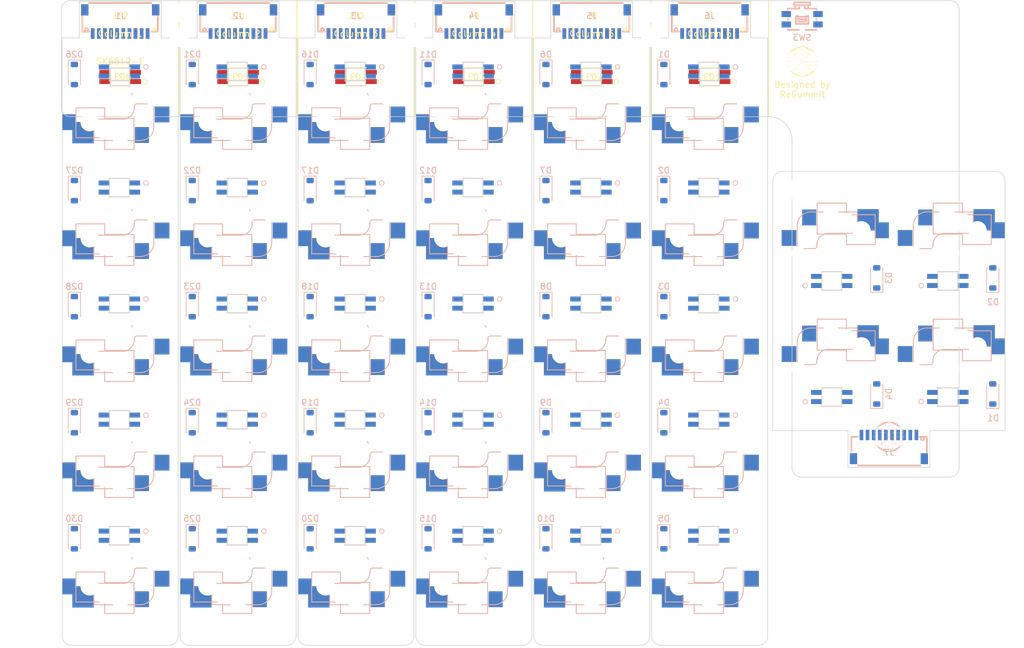
<source format=kicad_pcb>
(kicad_pcb (version 20221018) (generator pcbnew)
  (layers (0 "F.Cu" signal) (31 "B.Cu" signal) (34 "B.Paste" user) (35 "F.Paste" user) (36 "B.SilkS" user "B.Silkscreen") (37 "F.SilkS" user "F.Silkscreen") (38 "B.Mask" user) (39 "F.Mask" user) (44 "Edge.Cuts" user))
  (net 0 "")
  (net 1 "GND")
  (net 2 "/Row1")
  (net 3 "/Row2")
  (net 4 "/Row3")
  (net 5 "/Row4")
  (net 6 "/V+")
  (net 7 "/RGB_In1")
  (net 8 "/Col_In1")
  (net 9 "/Col_In2")
  (net 10 "/Col_In3")
  (net 11 "/Col_In4")
  (net 12 "/Col_In5")
  (net 13 "/Col_In6")
  (net 14 "RESET")
  (net 15 "/RGB_In2")
  (net 16 "/RGB_In3")
  (net 17 "/RGB_In4")
  (net 18 "/RGB_In5")
  (net 19 "/RGB_In6")
  (net 20 "/Row5")
  (net 21 "/RGB_In7")
  (net 22 "/RGB_Out1")
  (net 23 "/RGB_Out2")
  (net 24 "/RGB_Out3")
  (net 25 "/RGB_Out4")
  (net 26 "/RGB_Out5")
  (net 27 "/RGB_Out6")
  (footprint "Seismos-libs:Hole_M3_3.2mm" (layer "F.Cu") (at 142.65 122.6)
    (fp_text reference "REF**")
    (fp_text value "Hole_M3_3.2mm")
  )
  (footprint "Seismos-libs:Hole_M3_3.2mm" (layer "F.Cu") (at 33.15 122.6)
    (fp_text reference "REF**9")
    (fp_text value "Hole_M3_3.2mm")
  )
  (footprint "" (layer "F.Cu") (at 87.9 22)
    (fp_text reference "")
    (fp_text value "")
  )
  (footprint "Seismos-libs:CONN-SMD_10P-P1.00_SM10B-SRSS-TB-LF-SN" (layer "F.Cu") (at 97.55 21.5 180)
    (fp_text reference "J9")
    (fp_text value "SM10B-SRSS-TB_(LF)(SN)" hide)
  )
  (footprint "Seismos-libs:Hole_M3_3.2mm" (layer "F.Cu") (at 87.9 26)
    (fp_text reference "2")
    (fp_text value "Hole_M3_3.2mm")
  )
  (footprint "Seismos-libs:Hole_M3_3.2mm" (layer "F.Cu") (at 49.3 26)
    (fp_text reference "")
    (fp_text value "Hole_M3_3.2mm")
  )
  (footprint "Seismos-libs:CONN-SMD_10P-P1.00_SM10B-SRSS-TB-LF-SN" (layer "F.Cu") (at 39.65 21.5 180)
    (fp_text reference "J12")
    (fp_text value "SM10B-SRSS-TB_(LF)(SN)" hide)
  )
  (footprint "Seismos-libs:CONN-SMD_10P-P1.00_SM10B-SRSS-TB-LF-SN" (layer "F.Cu") (at 78.25 21.5 180)
    (fp_text reference "J10")
    (fp_text value "SM10B-SRSS-TB_(LF)(SN)" hide)
  )
  (footprint "Seismos-libs:Hole_M3_3.2mm" (layer "F.Cu") (at 126.5 26)
    (fp_text reference "4")
    (fp_text value "Hole_M3_3.2mm")
  )
  (footprint "Seismos-libs:CONN-SMD_10P-P1.00_SM10B-SRSS-TB-LF-SN" (layer "F.Cu") (at 58.95 21.5 180)
    (fp_text reference "J11")
    (fp_text value "SM10B-SRSS-TB_(LF)(SN)" hide)
  )
  (footprint "Seismos-libs:CONN-SMD_10P-P1.00_SM10B-SRSS-TB-LF-SN" (layer "F.Cu") (at 116.85 21.5 180)
    (fp_text reference "J8")
    (fp_text value "SM10B-SRSS-TB_(LF)(SN)" hide)
  )
  (footprint "Seismos-libs:CONN-SMD_10P-P1.00_SM10B-SRSS-TB-LF-SN" (layer "F.Cu") (at 136.15 21.5 180)
    (fp_text reference "J1")
    (fp_text value "SM10B-SRSS-TB_(LF)(SN)" hide)
  )
  (footprint "" (layer "F.Cu") (at 49.3 22)
    (fp_text reference "")
    (fp_text value "")
  )
  (footprint "Seismos-libs:Hole_M3_3.2mm" (layer "F.Cu") (at 181.5 50.9 180)
    (fp_text reference "REF**")
    (fp_text value "Hole_M3_3.2mm")
  )
  (footprint "Seismos-libs:ReSummit_Logo" (layer "F.Cu") (at 151.3 29.975)
    (fp_text reference "G***" hide)
    (fp_text value "LOGO" hide)
  )
  (footprint "Seismos-libs:Hole_M3_3.2mm" (layer "F.Cu") (at 149.5 50.9 180)
    (fp_text reference "REF**")
    (fp_text value "Hole_M3_3.2mm")
  )
  (footprint "Seismos-libs:Hole_M3_3.2mm" (layer "F.Cu") (at 126.5 22)
    (fp_text reference "4")
    (fp_text value "Hole_M3_3.2mm")
  )
  (footprint "Diode_SMD:D_SOD-123" (layer "B.Cu") (at 70.75 108.1 -90)
    (fp_text reference "D20")
    (fp_text value "1N4148W")
  )
  (footprint "Seismos-libs:Switch_SK6812-E_Diode" (layer "B.Cu") (at 39.65 36.1 180)
    (fp_text reference "SW26")
    (fp_text value "Switch_SK6812-E_Diode")
    (fp_rect (start 1.762 5.9914) (end -1.478 3.0046) (stroke (width 0.12)) (fill none) (layer "Edge.Cuts"))
  )
  (footprint "Diode_SMD:D_SOD-123" (layer "B.Cu") (at 51.45 32.1 -90)
    (fp_text reference "D21")
    (fp_text value "1N4148W" hide)
  )
  (footprint "Diode_SMD:D_SOD-123" (layer "B.Cu") (at 51.45 89.1 -90)
    (fp_text reference "D24")
    (fp_text value "1N4148W" hide)
  )
  (footprint "Diode_SMD:D_SOD-123" (layer "B.Cu") (at 128.65 89.1 -90)
    (fp_text reference "D4")
    (fp_text value "1N4148W" hide)
  )
  (footprint "Seismos-libs:SK6812-E" (layer "B.Cu") (at 39.65 32.5)
    (fp_text reference "LED6")
    (fp_text value "SK6812-E")
    (fp_rect (start -1.6256 1.4224) (end 1.5748 -1.4224) (stroke (width 0.12)) (fill none) (layer "Edge.Cuts"))
  )
  (footprint "Diode_SMD:D_SOD-123" (layer "B.Cu") (at 70.75 32.1 -90)
    (fp_text reference "D16")
    (fp_text value "1N4148W" hide)
  )
  (footprint "Diode_SMD:D_SOD-123" (layer "B.Cu") (at 182.5 84.4 90)
    (fp_text reference "D1")
    (fp_text value "1N4148W" hide)
  )
  (footprint "Diode_SMD:D_SOD-123" (layer "B.Cu") (at 90.05 51.1 -90)
    (fp_text reference "D12")
    (fp_text value "1N4148W" hide)
  )
  (footprint "Seismos-libs:Switch_SK6812-E_Diode" (layer "B.Cu") (at 136.15 55.1 180)
    (fp_text reference "SW2")
    (fp_text value "Switch_SK6812-E_Diode")
    (fp_rect (start 1.762 5.9914) (end -1.478 3.0046) (stroke (width 0.12)) (fill none) (layer "Edge.Cuts"))
  )
  (footprint "Seismos-libs:SK6812-E" (layer "B.Cu") (at 136.15 32.5)
    (fp_text reference "LED1")
    (fp_text value "SK6812-E")
    (fp_rect (start -1.6256 1.4224) (end 1.5748 -1.4224) (stroke (width 0.12)) (fill none) (layer "Edge.Cuts"))
  )
  (footprint "Seismos-libs:Switch_SK6812-E_Diode" (layer "B.Cu") (at 39.65 112.1 180)
    (fp_text reference "SW30")
    (fp_text value "Switch_SK6812-E_Diode")
    (fp_rect (start 1.762 5.9914) (end -1.478 3.0046) (stroke (width 0.12)) (fill none) (layer "Edge.Cuts"))
  )
  (footprint "Seismos-libs:CONN-SMD_10P-P1.00_SM10B-SRSS-TB-LF-SN" (layer "B.Cu") (at 39.65 21.5)
    (fp_text reference "J1")
    (fp_text value "SM09B-SRSS-TB(LF)(SN)")
  )
  (footprint "Seismos-libs:Switch_SK6812-E_Diode" (layer "B.Cu") (at 78.25 74.1 180)
    (fp_text reference "SW18")
    (fp_text value "Switch_SK6812-E_Diode")
    (fp_rect (start 1.762 5.9914) (end -1.478 3.0046) (stroke (width 0.12)) (fill none) (layer "Edge.Cuts"))
  )
  (footprint "Seismos-libs:Switch_SK6812-E_Diode" (layer "B.Cu") (at 116.85 74.1 180)
    (fp_text reference "SW8")
    (fp_text value "Switch_SK6812-E_Diode")
    (fp_rect (start 1.762 5.9914) (end -1.478 3.0046) (stroke (width 0.12)) (fill none) (layer "Edge.Cuts"))
  )
  (footprint "Seismos-libs:SK6812-E" (layer "B.Cu") (at 97.55 32.5)
    (fp_text reference "LED3")
    (fp_text value "SK6812-E")
    (fp_rect (start -1.6256 1.4224) (end 1.5748 -1.4224) (stroke (width 0.12)) (fill none) (layer "Edge.Cuts"))
  )
  (footprint "Diode_SMD:D_SOD-123" (layer "B.Cu") (at 128.65 108.1 -90)
    (fp_text reference "D5")
    (fp_text value "1N4148W")
  )
  (footprint "Seismos-libs:Switch_SK6812-E_Diode" (layer "B.Cu") (at 58.95 55.1 180)
    (fp_text reference "SW22")
    (fp_text value "Switch_SK6812-E_Diode")
    (fp_rect (start 1.762 5.9914) (end -1.478 3.0046) (stroke (width 0.12)) (fill none) (layer "Edge.Cuts"))
  )
  (footprint "Diode_SMD:D_SOD-123" (layer "B.Cu") (at 32.15 70.1 -90)
    (fp_text reference "D28")
    (fp_text value "1N4148W" hide)
  )
  (footprint "Seismos-libs:SK6812-E" (layer "B.Cu") (at 78.25 32.5)
    (fp_text reference "LED4")
    (fp_text value "SK6812-E")
    (fp_rect (start -1.6256 1.4224) (end 1.5748 -1.4224) (stroke (width 0.12)) (fill none) (layer "Edge.Cuts"))
  )
  (footprint "Diode_SMD:D_SOD-123" (layer "B.Cu") (at 51.45 51.1 -90)
    (fp_text reference "D22")
    (fp_text value "1N4148W" hide)
  )
  (footprint "Diode_SMD:D_SOD-123" (layer "B.Cu") (at 109.35 108.1 -90)
    (fp_text reference "D10")
    (fp_text value "1N4148W")
  )
  (footprint "Seismos-libs:CONN-SMD_10P-P1.00_SM10B-SRSS-TB-LF-SN" (layer "B.Cu") (at 136.15 21.5)
    (fp_text reference "J6")
    (fp_text value "SM09B-SRSS-TB(LF)(SN)")
  )
  (footprint "Seismos-libs:CONN-SMD_10P-P1.00_SM10B-SRSS-TB-LF-SN" (layer "B.Cu") (at 165.5 95 180)
    (fp_text reference "J7")
    (fp_text value "SM09B-SRSS-TB(LF)(SN)")
  )
  (footprint "Diode_SMD:D_SOD-123" (layer "B.Cu") (at 109.35 70.1 -90)
    (fp_text reference "D8")
    (fp_text value "1N4148W" hide)
  )
  (footprint "Diode_SMD:D_SOD-123" (layer "B.Cu") (at 32.15 51.1 -90)
    (fp_text reference "D27")
    (fp_text value "1N4148W" hide)
  )
  (footprint "Seismos-libs:Switch_SK6812-E_Diode" (layer "B.Cu") (at 97.55 55.1 180)
    (fp_text reference "SW12")
    (fp_text value "Switch_SK6812-E_Diode")
    (fp_rect (start 1.762 5.9914) (end -1.478 3.0046) (stroke (width 0.12)) (fill none) (layer "Edge.Cuts"))
  )
  (footprint "Seismos-libs:Switch_SK6812-E_Diode" (layer "B.Cu") (at 97.55 112.1 180)
    (fp_text reference "SW15")
    (fp_text value "Switch_SK6812-E_Diode")
    (fp_rect (start 1.762 5.9914) (end -1.478 3.0046) (stroke (width 0.12)) (fill none) (layer "Edge.Cuts"))
  )
  (footprint "Diode_SMD:D_SOD-123" (layer "B.Cu") (at 90.05 108.1 -90)
    (fp_text reference "D15")
    (fp_text value "1N4148W")
  )
  (footprint "Seismos-libs:Switch_SK6812-E_Diode" (layer "B.Cu") (at 78.25 36.1 180)
    (fp_text reference "SW16")
    (fp_text value "Switch_SK6812-E_Diode")
    (fp_rect (start 1.762 5.9914) (end -1.478 3.0046) (stroke (width 0.12)) (fill none) (layer "Edge.Cuts"))
  )
  (footprint "Diode_SMD:D_SOD-123" (layer "B.Cu") (at 128.65 32.1 -90)
    (fp_text reference "D1")
    (fp_text value "1N4148W" hide)
  )
  (footprint "Seismos-libs:Switch_SK6812-E_Diode" (layer "B.Cu") (at 58.95 36.1 180)
    (fp_text reference "SW21")
    (fp_text value "Switch_SK6812-E_Diode")
    (fp_rect (start 1.762 5.9914) (end -1.478 3.0046) (stroke (width 0.12)) (fill none) (layer "Edge.Cuts"))
  )
  (footprint "Seismos-libs:Switch_SK6812-E_Diode" (layer "B.Cu") (at 97.55 36.1 180)
    (fp_text reference "SW11")
    (fp_text value "Switch_SK6812-E_Diode")
    (fp_rect (start 1.762 5.9914) (end -1.478 3.0046) (stroke (width 0.12)) (fill none) (layer "Edge.Cuts"))
  )
  (footprint "Seismos-libs:Switch_SK6812-E_Diode" (layer "B.Cu") (at 116.85 112.1 180)
    (fp_text reference "SW10")
    (fp_text value "Switch_SK6812-E_Diode")
    (fp_rect (start 1.762 5.9914) (end -1.478 3.0046) (stroke (width 0.12)) (fill none) (layer "Edge.Cuts"))
  )
  (footprint "Seismos-libs:Switch_SK6812-E_Diode" (layer "B.Cu") (at 156 61.4)
    (fp_text reference "SW3")
    (fp_text value "Switch_SK6812-E_Diode")
    (fp_rect (start 1.762 5.9914) (end -1.478 3.0046) (stroke (width 0.12)) (fill none) (layer "Edge.Cuts"))
  )
  (footprint "Seismos-libs:Switch_SK6812-E_Diode" (layer "B.Cu") (at 78.25 93.1 180)
    (fp_text reference "SW19")
    (fp_text value "Switch_SK6812-E_Diode")
    (fp_rect (start 1.762 5.9914) (end -1.478 3.0046) (stroke (width 0.12)) (fill none) (layer "Edge.Cuts"))
  )
  (footprint "Diode_SMD:D_SOD-123" (layer "B.Cu") (at 70.75 89.1 -90)
    (fp_text reference "D19")
    (fp_text value "1N4148W" hide)
  )
  (footprint "Seismos-libs:Switch_SK6812-E_Diode" (layer "B.Cu") (at 116.85 36.1 180)
    (fp_text reference "SW6")
    (fp_text value "Switch_SK6812-E_Diode")
    (fp_rect (start 1.762 5.9914) (end -1.478 3.0046) (stroke (width 0.12)) (fill none) (layer "Edge.Cuts"))
  )
  (footprint "Seismos-libs:ReSummit_Logo" (layer "B.Cu") (at 165.5 91.4)
    (fp_text reference "G***" hide)
    (fp_text value "LOGO" hide)
  )
  (footprint "Diode_SMD:D_SOD-123" (layer "B.Cu") (at 70.75 51.1 -90)
    (fp_text reference "D17")
    (fp_text value "1N4148W" hide)
  )
  (footprint "Seismos-libs:Switch_SK6812-E_Diode" (layer "B.Cu") (at 116.85 55.1 180)
    (fp_text reference "SW7")
    (fp_text value "Switch_SK6812-E_Diode")
    (fp_rect (start 1.762 5.9914) (end -1.478 3.0046) (stroke (width 0.12)) (fill none) (layer "Edge.Cuts"))
  )
  (footprint "Seismos-libs:CONN-SMD_10P-P1.00_SM10B-SRSS-TB-LF-SN" (layer "B.Cu") (at 58.95 21.5)
    (fp_text reference "J2")
    (fp_text value "SM09B-SRSS-TB(LF)(SN)")
  )
  (footprint "Diode_SMD:D_SOD-123" (layer "B.Cu") (at 32.15 89.1 -90)
    (fp_text reference "D29")
    (fp_text value "1N4148W" hide)
  )
  (footprint "Seismos-libs:Switch_SK6812-E_Diode" (layer "B.Cu") (at 116.85 93.1 180)
    (fp_text reference "SW9")
    (fp_text value "Switch_SK6812-E_Diode")
    (fp_rect (start 1.762 5.9914) (end -1.478 3.0046) (stroke (width 0.12)) (fill none) (layer "Edge.Cuts"))
  )
  (footprint "Seismos-libs:Switch_SK6812-E_Diode" (layer "B.Cu") (at 58.95 93.1 180)
    (fp_text reference "SW24")
    (fp_text value "Switch_SK6812-E_Diode")
    (fp_rect (start 1.762 5.9914) (end -1.478 3.0046) (stroke (width 0.12)) (fill none) (layer "Edge.Cuts"))
  )
  (footprint "Diode_SMD:D_SOD-123" (layer "B.Cu") (at 90.05 32.1 -90)
    (fp_text reference "D11")
    (fp_text value "1N4148W" hide)
  )
  (footprint "Seismos-libs:SW-SMD_EVQPUD02K" (layer "B.Cu") (at 151.2875 23.0495 90)
    (fp_text reference "SW3")
    (fp_text value "EVQPUC02K")
  )
  (footprint "Diode_SMD:D_SOD-123" (layer "B.Cu") (at 51.45 70.1 -90)
    (fp_text reference "D23")
    (fp_text value "1N4148W" hide)
  )
  (footprint "Seismos-libs:Switch_SK6812-E_Diode" (layer "B.Cu") (at 156 80.4)
    (fp_text reference "SW4")
    (fp_text value "Switch_SK6812-E_Diode")
    (fp_rect (start 1.762 5.9914) (end -1.478 3.0046) (stroke (width 0.12)) (fill none) (layer "Edge.Cuts"))
  )
  (footprint "Diode_SMD:D_SOD-123" (layer "B.Cu") (at 163.5 84.4 90)
    (fp_text reference "D4")
    (fp_text value "1N4148W" hide)
  )
  (footprint "Seismos-libs:Switch_SK6812-E_Diode" (layer "B.Cu") (at 97.55 74.1 180)
    (fp_text reference "SW13")
    (fp_text value "Switch_SK6812-E_Diode")
    (fp_rect (start 1.762 5.9914) (end -1.478 3.0046) (stroke (width 0.12)) (fill none) (layer "Edge.Cuts"))
  )
  (footprint "Seismos-libs:Switch_SK6812-E_Diode" (layer "B.Cu") (at 39.65 93.1 180)
    (fp_text reference "SW29")
    (fp_text value "Switch_SK6812-E_Diode")
    (fp_rect (start 1.762 5.9914) (end -1.478 3.0046) (stroke (width 0.12)) (fill none) (layer "Edge.Cuts"))
  )
  (footprint "Seismos-libs:SK6812-E" (layer "B.Cu") (at 116.85 32.5)
    (fp_text reference "LED2")
    (fp_text value "SK6812-E")
    (fp_rect (start -1.6256 1.4224) (end 1.5748 -1.4224) (stroke (width 0.12)) (fill none) (layer "Edge.Cuts"))
  )
  (footprint "Seismos-libs:Switch_SK6812-E_Diode" (layer "B.Cu") (at 97.55 93.1 180)
    (fp_text reference "SW14")
    (fp_text value "Switch_SK6812-E_Diode")
    (fp_rect (start 1.762 5.9914) (end -1.478 3.0046) (stroke (width 0.12)) (fill none) (layer "Edge.Cuts"))
  )
  (footprint "Diode_SMD:D_SOD-123" (layer "B.Cu") (at 90.05 70.1 -90)
    (fp_text reference "D13")
    (fp_text value "1N4148W" hide)
  )
  (footprint "Diode_SMD:D_SOD-123" (layer "B.Cu") (at 163.5 65.4 90)
    (fp_text reference "D3")
    (fp_text value "1N4148W" hide)
  )
  (footprint "Diode_SMD:D_SOD-123" (layer "B.Cu") (at 90.05 89.1 -90)
    (fp_text reference "D14")
    (fp_text value "1N4148W" hide)
  )
  (footprint "Seismos-libs:Switch_SK6812-E_Diode" (layer "B.Cu") (at 136.15 74.1 180)
    (fp_text reference "SW3")
    (fp_text value "Switch_SK6812-E_Diode")
    (fp_rect (start 1.762 5.9914) (end -1.478 3.0046) (stroke (width 0.12)) (fill none) (layer "Edge.Cuts"))
  )
  (footprint "Seismos-libs:CONN-SMD_10P-P1.00_SM10B-SRSS-TB-LF-SN" (layer "B.Cu") (at 97.55 21.5)
    (fp_text reference "J4")
    (fp_text value "SM09B-SRSS-TB(LF)(SN)")
  )
  (footprint "Seismos-libs:Switch_SK6812-E_Diode" (layer "B.Cu") (at 39.65 74.1 180)
    (fp_text reference "SW28")
    (fp_text value "Switch_SK6812-E_Diode")
    (fp_rect (start 1.762 5.9914) (end -1.478 3.0046) (stroke (width 0.12)) (fill none) (layer "Edge.Cuts"))
  )
  (footprint "Seismos-libs:Switch_SK6812-E_Diode" (layer "B.Cu") (at 39.65 55.1 180)
    (fp_text reference "SW27")
    (fp_text value "Switch_SK6812-E_Diode")
    (fp_rect (start 1.762 5.9914) (end -1.478 3.0046) (stroke (width 0.12)) (fill none) (layer "Edge.Cuts"))
  )
  (footprint "Seismos-libs:CONN-SMD_10P-P1.00_SM10B-SRSS-TB-LF-SN" (layer "B.Cu") (at 78.25 21.5)
    (fp_text reference "J3")
    (fp_text value "SM09B-SRSS-TB(LF)(SN)")
  )
  (footprint "Seismos-libs:Switch_SK6812-E_Diode" (layer "B.Cu") (at 58.95 74.1 180)
    (fp_text reference "SW23")
    (fp_text value "Switch_SK6812-E_Diode")
    (fp_rect (start 1.762 5.9914) (end -1.478 3.0046) (stroke (width 0.12)) (fill none) (layer "Edge.Cuts"))
  )
  (footprint "Seismos-libs:Switch_SK6812-E_Diode" (layer "B.Cu") (at 78.25 112.1 180)
    (fp_text reference "SW20")
    (fp_text value "Switch_SK6812-E_Diode")
    (fp_rect (start 1.762 5.9914) (end -1.478 3.0046) (stroke (width 0.12)) (fill none) (layer "Edge.Cuts"))
  )
  (footprint "Diode_SMD:D_SOD-123" (layer "B.Cu") (at 32.15 32.1 -90)
    (fp_text reference "D26")
    (fp_text value "1N4148W" hide)
  )
  (footprint "Seismos-libs:SK6812-E" (layer "B.Cu") (at 58.95 32.5)
    (fp_text reference "LED5")
    (fp_text value "SK6812-E")
    (fp_rect (start -1.6256 1.4224) (end 1.5748 -1.4224) (stroke (width 0.12)) (fill none) (layer "Edge.Cuts"))
  )
  (footprint "Diode_SMD:D_SOD-123" (layer "B.Cu") (at 109.35 89.1 -90)
    (fp_text reference "D9")
    (fp_text value "1N4148W" hide)
  )
  (footprint "Seismos-libs:Switch_SK6812-E_Diode" (layer "B.Cu") (at 136.15 36.1 180)
    (fp_text reference "SW1")
    (fp_text value "Switch_SK6812-E_Diode")
    (fp_rect (start 1.762 5.9914) (end -1.478 3.0046) (stroke (width 0.12)) (fill none) (layer "Edge.Cuts"))
  )
  (footprint "Seismos-libs:CONN-SMD_10P-P1.00_SM10B-SRSS-TB-LF-SN" (layer "B.Cu") (at 116.85 21.5)
    (fp_text reference "J5")
    (fp_text value "SM09B-SRSS-TB(LF)(SN)")
  )
  (footprint "Seismos-libs:Switch_SK6812-E_Diode" (layer "B.Cu") (at 78.25 55.1 180)
    (fp_text reference "SW17")
    (fp_text value "Switch_SK6812-E_Diode")
    (fp_rect (start 1.762 5.9914) (end -1.478 3.0046) (stroke (width 0.12)) (fill none) (layer "Edge.Cuts"))
  )
  (footprint "Diode_SMD:D_SOD-123" (layer "B.Cu") (at 109.35 32.1 -90)
    (fp_text reference "D6")
    (fp_text value "1N4148W" hide)
  )
  (footprint "Seismos-libs:Switch_SK6812-E_Diode" (layer "B.Cu") (at 58.95 112.1 180)
    (fp_text reference "SW25")
    (fp_text value "Switch_SK6812-E_Diode")
    (fp_rect (start 1.762 5.9914) (end -1.478 3.0046) (stroke (width 0.12)) (fill none) (layer "Edge.Cuts"))
  )
  (footprint "Seismos-libs:Switch_SK6812-E_Diode" (layer "B.Cu") (at 136.15 93.1 180)
    (fp_text reference "SW4")
    (fp_text value "Switch_SK6812-E_Diode")
    (fp_rect (start 1.762 5.9914) (end -1.478 3.0046) (stroke (width 0.12)) (fill none) (layer "Edge.Cuts"))
  )
  (footprint "Diode_SMD:D_SOD-123" (layer "B.Cu") (at 128.65 51.1 -90)
    (fp_text reference "D2")
    (fp_text value "1N4148W" hide)
  )
  (footprint "Seismos-libs:Switch_SK6812-E_Diode" (layer "B.Cu") (at 136.15 112.1 180)
    (fp_text reference "SW5")
    (fp_text value "Switch_SK6812-E_Diode")
    (fp_rect (start 1.762 5.9914) (end -1.478 3.0046) (stroke (width 0.12)) (fill none) (layer "Edge.Cuts"))
  )
  (footprint "Diode_SMD:D_SOD-123" (layer "B.Cu") (at 51.45 108.1 -90)
    (fp_text reference "D25")
    (fp_text value "1N4148W")
  )
  (footprint "Diode_SMD:D_SOD-123" (layer "B.Cu") (at 182.5 65.4 90)
    (fp_text reference "D2")
    (fp_text value "1N4148W" hide)
  )
  (footprint "Seismos-libs:Switch_SK6812-E_Diode" (layer "B.Cu") (at 175 61.4)
    (fp_text reference "SW2")
    (fp_text value "Switch_SK6812-E_Diode")
    (fp_rect (start 1.762 5.9914) (end -1.478 3.0046) (stroke (width 0.12)) (fill none) (layer "Edge.Cuts"))
  )
  (footprint "Diode_SMD:D_SOD-123" (layer "B.Cu") (at 32.15 108.1 -90)
    (fp_text reference "D30")
    (fp_text value "1N4148W")
  )
  (footprint "Seismos-libs:Switch_SK6812-E_Diode" (layer "B.Cu") (at 175 80.4)
    (fp_text reference "SW1")
    (fp_text value "Switch_SK6812-E_Diode")
    (fp_rect (start 1.762 5.9914) (end -1.478 3.0046) (stroke (width 0.12)) (fill none) (layer "Edge.Cuts"))
  )
  (footprint "Diode_SMD:D_SOD-123" (layer "B.Cu") (at 128.65 70.1 -90)
    (fp_text reference "D3")
    (fp_text value "1N4148W" hide)
  )
  (footprint "Diode_SMD:D_SOD-123" (layer "B.Cu") (at 70.75 70.1 -90)
    (fp_text reference "D18")
    (fp_text value "1N4148W" hide)
  )
  (footprint "Diode_SMD:D_SOD-123" (layer "B.Cu") (at 109.35 51.1 -90)
    (fp_text reference "D7")
    (fp_text value "1N4148W" hide)
  )
  (gr_line (start 87.9 20) (end 87.9 39) (stroke (width 0.15)) (layer "F.SilkS"))
  (gr_line (start 107.2 20) (end 107.2 39) (stroke (width 0.15)) (layer "F.SilkS"))
  (gr_line (start 49.3 20) (end 49.3 39) (stroke (width 0.15)) (layer "F.SilkS"))
  (gr_line (start 126.5 20) (end 126.5 39) (stroke (width 0.15)) (layer "F.SilkS"))
  (gr_line (start 145.8 20) (end 145.8 39) (stroke (width 0.15)) (layer "F.SilkS"))
  (gr_line (start 68.6 20) (end 68.6 39) (stroke (width 0.15)) (layer "F.SilkS"))
  (gr_line (start 30.15 124.03934) (end 30.15 26.1) (stroke (width 0.1)) (layer "Edge.Cuts"))
  (gr_line (start 66.95 125.53934) (end 50.95 125.53934) (stroke (width 0.1)) (layer "Edge.Cuts"))
  (gr_line (start 68.45 26.1) (end 68.45 124.03934) (stroke (width 0.1)) (layer "Edge.Cuts"))
  (gr_line (start 124.85 125.53934) (end 108.85 125.53934) (stroke (width 0.1)) (layer "Edge.Cuts"))
  (gr_line (start 151.134 98) (end 175.5 98) (stroke (width 0.1)) (layer "Edge.Cuts"))
  (gr_line (start 46.35 26.1) (end 46.35 20.1) (stroke (width 0.1)) (layer "Edge.Cuts"))
  (gr_line (start 129.45 26.1) (end 129.45 20.1) (stroke (width 0.1)) (layer "Edge.Cuts"))
  (gr_line (start 175 90.4) (end 172.2 90.4) (stroke (width 0.1)) (layer "Edge.Cuts"))
  (gr_line (start 52.25 20.1) (end 65.65 20.1) (stroke (width 0.1)) (layer "Edge.Cuts"))
  (gr_line (start 126.35 26.1) (end 123.55 26.1) (stroke (width 0.1)) (layer "Edge.Cuts"))
  (gr_line (start 126.65 26.1) (end 129.45 26.1) (stroke (width 0.1)) (layer "Edge.Cuts"))
  (gr_line (start 88.05 26.1) (end 90.85 26.1) (stroke (width 0.1)) (layer "Edge.Cuts"))
  (gr_line (start 49.45 26.1) (end 52.25 26.1) (stroke (width 0.1)) (layer "Edge.Cuts"))
  (gr_line (start 107.35 26.1) (end 110.15 26.1) (stroke (width 0.1)) (layer "Edge.Cuts"))
  (gr_line (start 126.35 26.1) (end 126.35 124.03934) (stroke (width 0.1)) (layer "Edge.Cuts"))
  (gr_line (start 49.45 124.03934) (end 49.45 26.1) (stroke (width 0.1)) (layer "Edge.Cuts"))
  (gr_line (start 90.85 26.1) (end 90.85 20.1) (stroke (width 0.1)) (layer "Edge.Cuts"))
  (gr_arc (start 183 47.96066) (mid 184.060648 48.400012) (end 184.5 49.46066) (stroke (width 0.1)) (layer "Edge.Cuts"))
  (gr_line (start 90.85 20.1) (end 104.25 20.1) (stroke (width 0.1)) (layer "Edge.Cuts"))
  (gr_arc (start 175.5 20) (mid 176.56066 20.43934) (end 177 21.5) (stroke (width 0.1)) (layer "Edge.Cuts"))
  (gr_line (start 158.8 90.4) (end 158.8 96.4) (stroke (width 0.1)) (layer "Edge.Cuts"))
  (gr_line (start 105.55 125.53934) (end 89.55 125.53934) (stroke (width 0.1)) (layer "Edge.Cuts"))
  (gr_line (start 148 47.96066) (end 183 47.96066) (stroke (width 0.1)) (layer "Edge.Cuts"))
  (gr_line (start 123.55 26.1) (end 123.55 20.1) (stroke (width 0.1)) (layer "Edge.Cuts"))
  (gr_line (start 145.65 26.1) (end 142.85 26.1) (stroke (width 0.1)) (layer "Edge.Cuts"))
  (gr_line (start 149.634 42.81) (end 149.634 96.5) (stroke (width 0.1)) (layer "Edge.Cuts"))
  (gr_line (start 68.75 26.1) (end 71.55 26.1) (stroke (width 0.1)) (layer "Edge.Cuts"))
  (gr_arc (start 151.134 98) (mid 150.07334 97.56066) (end 149.634 96.5) (stroke (width 0.1)) (layer "Edge.Cuts"))
  (gr_arc (start 87.75 124.03934) (mid 87.310661 125.100001) (end 86.25 125.53934) (stroke (width 0.1)) (layer "Edge.Cuts"))
  (gr_arc (start 31.65 125.53934) (mid 30.589352 125.099988) (end 30.15 124.03934) (stroke (width 0.1)) (layer "Edge.Cuts"))
  (gr_line (start 52.25 26.1) (end 52.25 20.1) (stroke (width 0.1)) (layer "Edge.Cuts"))
  (gr_line (start 145.65 26.1) (end 145.65 124.03934) (stroke (width 0.1)) (layer "Edge.Cuts"))
  (gr_line (start 65.65 26.1) (end 65.65 20.1) (stroke (width 0.1)) (layer "Edge.Cuts"))
  (gr_line (start 71.55 20.1) (end 84.95 20.1) (stroke (width 0.1)) (layer "Edge.Cuts"))
  (gr_line (start 156 90.4) (end 146.5 90.4) (stroke (width 0.1)) (layer "Edge.Cuts"))
  (gr_line (start 32.95 26.1) (end 32.95 20.1) (stroke (width 0.1)) (layer "Edge.Cuts"))
  (gr_line (start 110.15 20.1) (end 123.55 20.1) (stroke (width 0.1)) (layer "Edge.Cuts"))
  (gr_arc (start 108.85 125.53934) (mid 107.789352 125.099988) (end 107.35 124.03934) (stroke (width 0.1)) (layer "Edge.Cuts"))
  (gr_line (start 129.45 20.1) (end 142.85 20.1) (stroke (width 0.1)) (layer "Edge.Cuts"))
  (gr_line (start 49.15 26.1) (end 49.15 124.03934) (stroke (width 0.1)) (layer "Edge.Cuts"))
  (gr_line (start 146.5 90.4) (end 146.5 49.46066) (stroke (width 0.1)) (layer "Edge.Cuts"))
  (gr_line (start 31.5 39) (end 145.824 39) (stroke (width 0.1)) (layer "Edge.Cuts"))
  (gr_line (start 87.75 26.1) (end 84.95 26.1) (stroke (width 0.1)) (layer "Edge.Cuts"))
  (gr_arc (start 31.5 39) (mid 30.43934 38.56066) (end 30 37.5) (stroke (width 0.1)) (layer "Edge.Cuts"))
  (gr_arc (start 146.5 49.46066) (mid 146.939339 48.399999) (end 148 47.96066) (stroke (width 0.1)) (layer "Edge.Cuts"))
  (gr_line (start 32.95 20.1) (end 46.35 20.1) (stroke (width 0.1)) (layer "Edge.Cuts"))
  (gr_line (start 107.05 26.1) (end 104.25 26.1) (stroke (width 0.1)) (layer "Edge.Cuts"))
  (gr_line (start 47.65 125.53934) (end 31.65 125.53934) (stroke (width 0.1)) (layer "Edge.Cuts"))
  (gr_arc (start 30 21.5) (mid 30.43934 20.43934) (end 31.5 20) (stroke (width 0.1)) (layer "Edge.Cuts"))
  (gr_line (start 49.15 26.1) (end 46.35 26.1) (stroke (width 0.1)) (layer "Edge.Cuts"))
  (gr_arc (start 70.25 125.53934) (mid 69.189352 125.099988) (end 68.75 124.03934) (stroke (width 0.1)) (layer "Edge.Cuts"))
  (gr_line (start 68.75 124.03934) (end 68.75 26.1) (stroke (width 0.1)) (layer "Edge.Cuts"))
  (gr_line (start 104.25 26.1) (end 104.25 20.1) (stroke (width 0.1)) (layer "Edge.Cuts"))
  (gr_line (start 126.65 124.03934) (end 126.65 26.1) (stroke (width 0.1)) (layer "Edge.Cuts"))
  (gr_line (start 177 21.5) (end 177 96.5) (stroke (width 0.1)) (layer "Edge.Cuts"))
  (gr_line (start 71.55 26.1) (end 71.55 20.1) (stroke (width 0.1)) (layer "Edge.Cuts"))
  (gr_line (start 142.85 26.1) (end 142.85 20.1) (stroke (width 0.1)) (layer "Edge.Cuts"))
  (gr_line (start 87.75 26.1) (end 87.75 124.03934) (stroke (width 0.1)) (layer "Edge.Cuts"))
  (gr_line (start 156 90.4) (end 158.8 90.4) (stroke (width 0.1)) (layer "Edge.Cuts"))
  (gr_line (start 172.2 96.4) (end 172.2 90.4) (stroke (width 0.1)) (layer "Edge.Cuts"))
  (gr_arc (start 89.55 125.53934) (mid 88.489352 125.099988) (end 88.05 124.03934) (stroke (width 0.1)) (layer "Edge.Cuts"))
  (gr_line (start 107.05 26.1) (end 107.05 124.03934) (stroke (width 0.1)) (layer "Edge.Cuts"))
  (gr_arc (start 49.15 124.03934) (mid 48.710661 125.100001) (end 47.65 125.53934) (stroke (width 0.1)) (layer "Edge.Cuts"))
  (gr_line (start 175 90.4) (end 184.5 90.4) (stroke (width 0.1)) (layer "Edge.Cuts"))
  (gr_arc (start 177 96.5) (mid 176.56066 97.56066) (end 175.5 98) (stroke (width 0.1)) (layer "Edge.Cuts"))
  (gr_line (start 184.5 49.46066) (end 184.5 90.4) (stroke (width 0.1)) (layer "Edge.Cuts"))
  (gr_line (start 110.15 26.1) (end 110.15 20.1) (stroke (width 0.1)) (layer "Edge.Cuts"))
  (gr_arc (start 145.824 39) (mid 148.518077 40.115923) (end 149.634 42.81) (stroke (width 0.1)) (layer "Edge.Cuts"))
  (gr_arc (start 50.95 125.53934) (mid 49.889352 125.099988) (end 49.45 124.03934) (stroke (width 0.1)) (layer "Edge.Cuts"))
  (gr_line (start 86.25 125.53934) (end 70.25 125.53934) (stroke (width 0.1)) (layer "Edge.Cuts"))
  (gr_line (start 175.5 20) (end 31.5 20) (stroke (width 0.1)) (layer "Edge.Cuts"))
  (gr_arc (start 126.35 124.03934) (mid 125.910661 125.100001) (end 124.85 125.53934) (stroke (width 0.1)) (layer "Edge.Cuts"))
  (gr_line (start 84.95 26.1) (end 84.95 20.1) (stroke (width 0.1)) (layer "Edge.Cuts"))
  (gr_arc (start 68.45 124.03934) (mid 68.010661 125.100001) (end 66.95 125.53934) (stroke (width 0.1)) (layer "Edge.Cuts"))
  (gr_arc (start 145.65 124.03934) (mid 145.210661 125.100001) (end 144.15 125.53934) (stroke (width 0.1)) (layer "Edge.Cuts"))
  (gr_line (start 30 21.5) (end 30 37.5) (stroke (width 0.1)) (layer "Edge.Cuts"))
  (gr_line (start 68.45 26.1) (end 65.65 26.1) (stroke (width 0.1)) (layer "Edge.Cuts"))
  (gr_arc (start 107.05 124.03934) (mid 106.610661 125.100001) (end 105.55 125.53934) (stroke (width 0.1)) (layer "Edge.Cuts"))
  (gr_arc (start 128.15 125.53934) (mid 127.089352 125.099988) (end 126.65 124.03934) (stroke (width 0.1)) (layer "Edge.Cuts"))
  (gr_line (start 107.35 124.03934) (end 107.35 26.1) (stroke (width 0.1)) (layer "Edge.Cuts"))
  (gr_line (start 88.05 124.03934) (end 88.05 26.1) (stroke (width 0.1)) (layer "Edge.Cuts"))
  (gr_line (start 172.2 96.4) (end 158.8 96.4) (stroke (width 0.1)) (layer "Edge.Cuts"))
  (gr_line (start 30.15 26.1) (end 32.95 26.1) (stroke (width 0.1)) (layer "Edge.Cuts"))
  (gr_line (start 144.15 125.53934) (end 128.15 125.53934) (stroke (width 0.1)) (layer "Edge.Cuts"))
  (gr_text "Designed by\nReSummit" (at 151.325 35.95) (layer "F.SilkS") (effects (font (size 1 1)) (justify bottom)))
  (gr_text "Column 4" (at 97.55 26) (layer "F.SilkS") (effects (font (size 1 1)) (justify bottom)))
  (gr_text "Column 2" (at 58.95 26) (layer "F.SilkS") (effects (font (size 1 1)) (justify bottom)))
  (gr_text "Column 6" (at 136.15 26) (layer "F.SilkS") (effects (font (size 1 1)) (justify bottom)))
  (gr_text "Column 3" (at 78.25 26) (layer "F.SilkS") (effects (font (size 1 1)) (justify bottom)))
  (gr_text "Column 1" (at 39.65 26) (layer "F.SilkS") (effects (font (size 1 1)) (justify bottom)))
  (gr_text "Column 5" (at 116.85 26) (layer "F.SilkS") (effects (font (size 1 1)) (justify bottom)))
)
</source>
